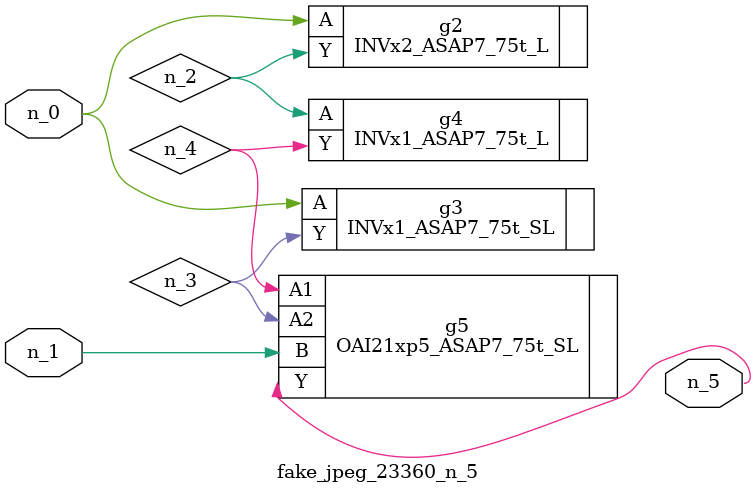
<source format=v>
module fake_jpeg_23360_n_5 (n_0, n_1, n_5);

input n_0;
input n_1;

output n_5;

wire n_3;
wire n_2;
wire n_4;

INVx2_ASAP7_75t_L g2 ( 
.A(n_0),
.Y(n_2)
);

INVx1_ASAP7_75t_SL g3 ( 
.A(n_0),
.Y(n_3)
);

INVx1_ASAP7_75t_L g4 ( 
.A(n_2),
.Y(n_4)
);

OAI21xp5_ASAP7_75t_SL g5 ( 
.A1(n_4),
.A2(n_3),
.B(n_1),
.Y(n_5)
);


endmodule
</source>
